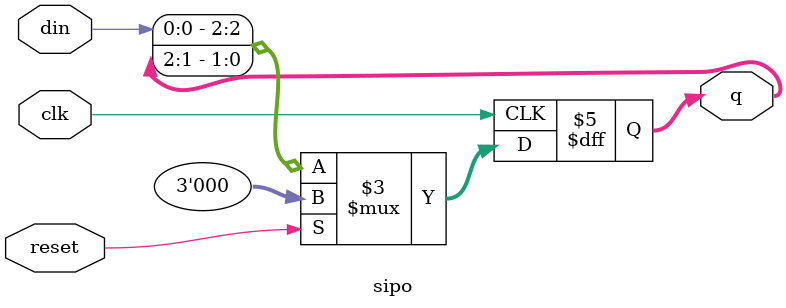
<source format=v>
`timescale 1ns / 1ps


module sipo(
    input clk, 
    input reset,
    input din,
    output reg [2:0] q
    );
    
    always @(posedge clk) begin
        if (reset) begin
            q <= 3'b000;
        end
        else begin
            q <= {din, q[2:1]};
        end
     end
     
endmodule

</source>
